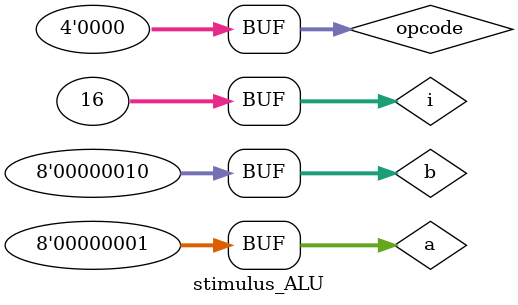
<source format=v>
`timescale 1ns / 1ps


module stimulus_ALU;

	// Inputs
	reg [7:0] a;
	reg [7:0] b;
	reg [3:0] opcode;

	// Outputs
	wire [7:0] op;

	// Instantiate the Unit Under Test (UUT)
	ALU uut (
		.op(op), 
		.a(a), 
		.b(b), 
		.opcode(opcode)
	);
	
	integer i;

	initial begin
		// Initialize Inputs
		a = 8'h01;
		b = 8'h02;
		opcode = 4'h0;

		// Wait 100 ns for global reset to finish
		#100;
        
		// Add stimulus here
		for(i = 0;i < 16;i = i + 1)
		begin
			opcode = opcode + 8'h01;
			#10;
		end
	end
      
endmodule


</source>
